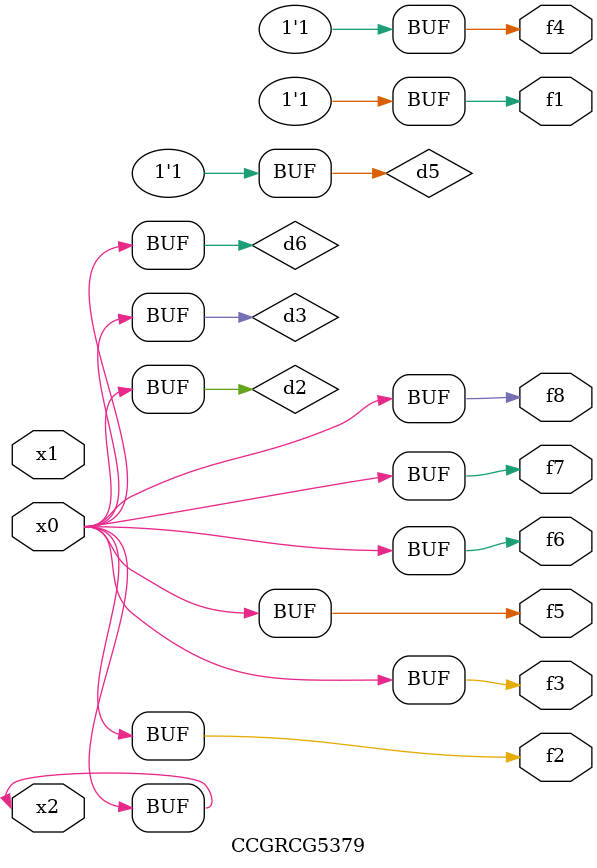
<source format=v>
module CCGRCG5379(
	input x0, x1, x2,
	output f1, f2, f3, f4, f5, f6, f7, f8
);

	wire d1, d2, d3, d4, d5, d6;

	xnor (d1, x2);
	buf (d2, x0, x2);
	and (d3, x0);
	xnor (d4, x1, x2);
	nand (d5, d1, d3);
	buf (d6, d2, d3);
	assign f1 = d5;
	assign f2 = d6;
	assign f3 = d6;
	assign f4 = d5;
	assign f5 = d6;
	assign f6 = d6;
	assign f7 = d6;
	assign f8 = d6;
endmodule

</source>
